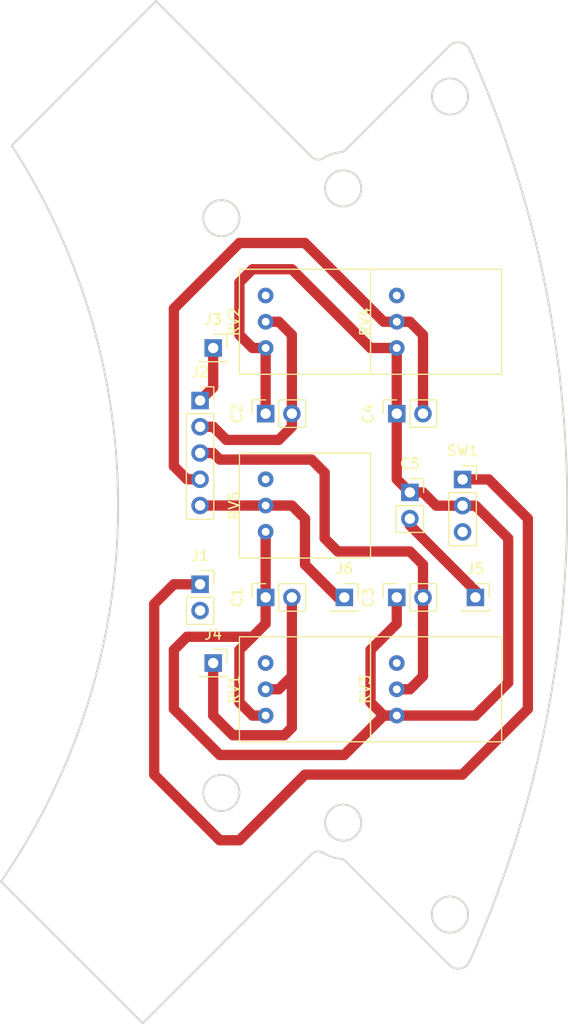
<source format=kicad_pcb>
(kicad_pcb (version 20211014) (generator pcbnew)
  (layers (0 "F.Cu" signal) (31 "B.Cu" signal) (34 "B.Paste" user) (35 "F.Paste" user) (36 "B.SilkS" user "B.Silkscreen") (37 "F.SilkS" user "F.Silkscreen") (38 "B.Mask" user) (39 "F.Mask" user) (44 "Edge.Cuts" user))
  (net 0 "")
  (net 1 "+9V")
  (net 2 "fl_OUT")
  (net 3 "fr_OUT")
  (net 4 "bl_OUT")
  (net 5 "br_OUT")
  (net 6 "bb_OUT")
  (net 7 "Net-(J1-Pad1)")
  (net 14 "Net-(C5-Pad2)")
  (net 15 "Net-(J2-Pad1)")
  (footprint "R_Potentiometer:Potentiometer" (layer "F.Cu") (at -31.75 17.78 90)
    (fp_text reference "RV1" (at 0 -0.5 90 unlocked) (layer "F.SilkS"))
    (fp_text value "R_LINE fl")
    (fp_rect (start -5.08 0) (end 5.08 12.7) (layer "F.SilkS") (width 0.12) (fill none))
    (pad "1" thru_hole circle (at -2.54 2.54 90) (size 1.524 1.524) (drill 0.762) (layers *.Cu *.Mask) (net 1 "+9V"))
    (pad "2" thru_hole circle (at 0 2.54 90) (size 1.524 1.524) (drill 0.762) (layers *.Cu *.Mask) (net 2 "fl_OUT"))
    (pad "3" thru_hole circle (at 2.54 2.54 90) (size 1.524 1.524) (drill 0.762) (layers *.Cu *.Mask))
  )
  (footprint "Connector_PinSocket_2.54mm:PinSocket_1x03_P2.54mm_Vertical" (layer "F.Cu") (at -10.135 -2.525)
    (fp_text reference "SW1" (at 0 -2.77) (layer "F.SilkS"))
    (fp_text value "LINE_ON/OFF")
    (fp_line (start 0 -1.33) (end 1.33 -1.33) (layer "F.SilkS") (width 0.12))
    (fp_line (start -1.33 1.27) (end 1.33 1.27) (layer "F.SilkS") (width 0.12))
    (fp_line (start -1.33 6.41) (end 1.33 6.41) (layer "F.SilkS") (width 0.12))
    (fp_line (start 1.33 1.27) (end 1.33 6.41) (layer "F.SilkS") (width 0.12))
    (fp_line (start -1.33 1.27) (end -1.33 6.41) (layer "F.SilkS") (width 0.12))
    (fp_line (start 1.33 -1.33) (end 1.33 0) (layer "F.SilkS") (width 0.12))
    (pad "1" thru_hole rect (at 0 0) (size 1.7 1.7) (drill 1) (layers *.Cu *.Mask) (net 7 "Net-(J1-Pad1)"))
    (pad "2" thru_hole oval (at 0 2.54) (size 1.7 1.7) (drill 1) (layers *.Cu *.Mask) (net 1 "+9V"))
    (pad "3" thru_hole oval (at 0 5.08) (size 1.7 1.7) (drill 1) (layers *.Cu *.Mask))
  )
  (footprint "Connector_PinSocket_2.54mm:PinSocket_1x01_P2.54mm_Vertical" (layer "F.Cu") (at -34.29 -15.24)
    (fp_text reference "J3" (at 0 -2.77) (layer "F.SilkS"))
    (fp_text value "a")
    (fp_line (start -1.33 1.21) (end -1.33 1.33) (layer "F.SilkS") (width 0.12))
    (fp_line (start 0 -1.33) (end 1.33 -1.33) (layer "F.SilkS") (width 0.12))
    (fp_line (start 1.33 -1.33) (end 1.33 0) (layer "F.SilkS") (width 0.12))
    (fp_line (start 1.33 1.21) (end 1.33 1.33) (layer "F.SilkS") (width 0.12))
    (fp_line (start -1.33 1.33) (end 1.33 1.33) (layer "F.SilkS") (width 0.12))
    (pad "1" thru_hole rect (at 0 0) (size 1.7 1.7) (drill 1) (layers *.Cu *.Mask) (net 15 "Net-(J2-Pad1)"))
  )
  (footprint "R_Potentiometer:Potentiometer" (layer "F.Cu") (at -31.75 0 90)
    (fp_text reference "RV5" (at 0 -0.5 90 unlocked) (layer "F.SilkS"))
    (fp_text value "R_LINE bb")
    (fp_rect (start -5.08 0) (end 5.08 12.7) (layer "F.SilkS") (width 0.12) (fill none))
    (pad "1" thru_hole circle (at -2.54 2.54 90) (size 1.524 1.524) (drill 0.762) (layers *.Cu *.Mask) (net 1 "+9V"))
    (pad "2" thru_hole circle (at 0 2.54 90) (size 1.524 1.524) (drill 0.762) (layers *.Cu *.Mask) (net 6 "bb_OUT"))
    (pad "3" thru_hole circle (at 2.54 2.54 90) (size 1.524 1.524) (drill 0.762) (layers *.Cu *.Mask))
  )
  (footprint "Connector_PinSocket_2.54mm:PinSocket_1x02_P2.54mm_Vertical" (layer "F.Cu") (at -16.51 8.89 90)
    (fp_text reference "C3" (at 0 -2.77 90) (layer "F.SilkS"))
    (fp_text value "C_bl")
    (fp_line (start -1.33 1.27) (end 1.33 1.27) (layer "F.SilkS") (width 0.12))
    (fp_line (start 1.33 1.27) (end 1.33 3.87) (layer "F.SilkS") (width 0.12))
    (fp_line (start 0 -1.33) (end 1.33 -1.33) (layer "F.SilkS") (width 0.12))
    (fp_line (start -1.33 3.87) (end 1.33 3.87) (layer "F.SilkS") (width 0.12))
    (fp_line (start -1.33 1.27) (end -1.33 3.87) (layer "F.SilkS") (width 0.12))
    (fp_line (start 1.33 -1.33) (end 1.33 0) (layer "F.SilkS") (width 0.12))
    (pad "1" thru_hole rect (at 0 0 90) (size 1.7 1.7) (drill 1) (layers *.Cu *.Mask) (net 1 "+9V"))
    (pad "2" thru_hole oval (at 0 2.54 90) (size 1.7 1.7) (drill 1) (layers *.Cu *.Mask) (net 4 "bl_OUT"))
  )
  (footprint "R_Potentiometer:Potentiometer" (layer "F.Cu") (at -19.05 17.78 90)
    (fp_text reference "RV3" (at 0 -0.5 90 unlocked) (layer "F.SilkS"))
    (fp_text value "R_LINE bl")
    (fp_rect (start -5.08 0) (end 5.08 12.7) (layer "F.SilkS") (width 0.12) (fill none))
    (pad "1" thru_hole circle (at -2.54 2.54 90) (size 1.524 1.524) (drill 0.762) (layers *.Cu *.Mask) (net 1 "+9V"))
    (pad "2" thru_hole circle (at 0 2.54 90) (size 1.524 1.524) (drill 0.762) (layers *.Cu *.Mask) (net 4 "bl_OUT"))
    (pad "3" thru_hole circle (at 2.54 2.54 90) (size 1.524 1.524) (drill 0.762) (layers *.Cu *.Mask))
  )
  (footprint "Connector_PinSocket_2.54mm:PinSocket_1x05_P2.54mm_Vertical" (layer "F.Cu") (at -35.56 -10.16)
    (fp_text reference "J2" (at 0 -2.77) (layer "F.SilkS"))
    (fp_text value "LINE_LED")
    (fp_line (start -1.33 1.27) (end -1.33 11.49) (layer "F.SilkS") (width 0.12))
    (fp_line (start 0 -1.33) (end 1.33 -1.33) (layer "F.SilkS") (width 0.12))
    (fp_line (start 1.33 1.27) (end 1.33 11.49) (layer "F.SilkS") (width 0.12))
    (fp_line (start -1.33 1.27) (end 1.33 1.27) (layer "F.SilkS") (width 0.12))
    (fp_line (start -1.33 11.49) (end 1.33 11.49) (layer "F.SilkS") (width 0.12))
    (fp_line (start 1.33 -1.33) (end 1.33 0) (layer "F.SilkS") (width 0.12))
    (pad "1" thru_hole rect (at 0 0) (size 1.7 1.7) (drill 1) (layers *.Cu *.Mask) (net 15 "Net-(J2-Pad1)"))
    (pad "2" thru_hole oval (at 0 2.54) (size 1.7 1.7) (drill 1) (layers *.Cu *.Mask) (net 3 "fr_OUT"))
    (pad "3" thru_hole oval (at 0 5.08) (size 1.7 1.7) (drill 1) (layers *.Cu *.Mask) (net 4 "bl_OUT"))
    (pad "4" thru_hole oval (at 0 7.62) (size 1.7 1.7) (drill 1) (layers *.Cu *.Mask) (net 5 "br_OUT"))
    (pad "5" thru_hole oval (at 0 10.16) (size 1.7 1.7) (drill 1) (layers *.Cu *.Mask) (net 6 "bb_OUT"))
  )
  (footprint "Connector_PinSocket_2.54mm:PinSocket_1x02_P2.54mm_Vertical" (layer "F.Cu") (at -15.24 -1.27)
    (fp_text reference "C5" (at 0 -2.77) (layer "F.SilkS"))
    (fp_text value "C_bb")
    (fp_line (start 1.33 -1.33) (end 1.33 0) (layer "F.SilkS") (width 0.12))
    (fp_line (start -1.33 1.27) (end 1.33 1.27) (layer "F.SilkS") (width 0.12))
    (fp_line (start 0 -1.33) (end 1.33 -1.33) (layer "F.SilkS") (width 0.12))
    (fp_line (start -1.33 3.87) (end 1.33 3.87) (layer "F.SilkS") (width 0.12))
    (fp_line (start 1.33 1.27) (end 1.33 3.87) (layer "F.SilkS") (width 0.12))
    (fp_line (start -1.33 1.27) (end -1.33 3.87) (layer "F.SilkS") (width 0.12))
    (pad "1" thru_hole rect (at 0 0) (size 1.7 1.7) (drill 1) (layers *.Cu *.Mask) (net 1 "+9V"))
    (pad "2" thru_hole oval (at 0 2.54) (size 1.7 1.7) (drill 1) (layers *.Cu *.Mask) (net 14 "Net-(C5-Pad2)"))
  )
  (footprint "Connector_PinSocket_2.54mm:PinSocket_1x02_P2.54mm_Vertical" (layer "F.Cu") (at -29.21 -8.89 90)
    (fp_text reference "C2" (at 0 -2.77 90) (layer "F.SilkS"))
    (fp_text value "C_fr")
    (fp_line (start -1.33 1.27) (end -1.33 3.87) (layer "F.SilkS") (width 0.12))
    (fp_line (start -1.33 1.27) (end 1.33 1.27) (layer "F.SilkS") (width 0.12))
    (fp_line (start 1.33 1.27) (end 1.33 3.87) (layer "F.SilkS") (width 0.12))
    (fp_line (start -1.33 3.87) (end 1.33 3.87) (layer "F.SilkS") (width 0.12))
    (fp_line (start 1.33 -1.33) (end 1.33 0) (layer "F.SilkS") (width 0.12))
    (fp_line (start 0 -1.33) (end 1.33 -1.33) (layer "F.SilkS") (width 0.12))
    (pad "1" thru_hole rect (at 0 0 90) (size 1.7 1.7) (drill 1) (layers *.Cu *.Mask) (net 1 "+9V"))
    (pad "2" thru_hole oval (at 0 2.54 90) (size 1.7 1.7) (drill 1) (layers *.Cu *.Mask) (net 3 "fr_OUT"))
  )
  (footprint "Connector_PinSocket_2.54mm:PinSocket_1x01_P2.54mm_Vertical" (layer "F.Cu") (at -8.89 8.89)
    (fp_text reference "J5" (at 0 -2.77) (layer "F.SilkS"))
    (fp_text value "b")
    (fp_line (start 0 -1.33) (end 1.33 -1.33) (layer "F.SilkS") (width 0.12))
    (fp_line (start -1.33 1.33) (end 1.33 1.33) (layer "F.SilkS") (width 0.12))
    (fp_line (start 1.33 -1.33) (end 1.33 0) (layer "F.SilkS") (width 0.12))
    (fp_line (start 1.33 1.21) (end 1.33 1.33) (layer "F.SilkS") (width 0.12))
    (fp_line (start -1.33 1.21) (end -1.33 1.33) (layer "F.SilkS") (width 0.12))
    (pad "1" thru_hole rect (at 0 0) (size 1.7 1.7) (drill 1) (layers *.Cu *.Mask) (net 14 "Net-(C5-Pad2)"))
  )
  (footprint "Connector_PinSocket_2.54mm:PinSocket_1x01_P2.54mm_Vertical" (layer "F.Cu") (at -34.29 15.24)
    (fp_text reference "J4" (at 0 -2.77) (layer "F.SilkS"))
    (fp_text value "a")
    (fp_line (start 1.33 -1.33) (end 1.33 0) (layer "F.SilkS") (width 0.12))
    (fp_line (start -1.33 1.33) (end 1.33 1.33) (layer "F.SilkS") (width 0.12))
    (fp_line (start -1.33 1.21) (end -1.33 1.33) (layer "F.SilkS") (width 0.12))
    (fp_line (start 0 -1.33) (end 1.33 -1.33) (layer "F.SilkS") (width 0.12))
    (fp_line (start 1.33 1.21) (end 1.33 1.33) (layer "F.SilkS") (width 0.12))
    (pad "1" thru_hole rect (at 0 0) (size 1.7 1.7) (drill 1) (layers *.Cu *.Mask) (net 2 "fl_OUT"))
  )
  (footprint "Connector_PinSocket_2.54mm:PinSocket_1x02_P2.54mm_Vertical" (layer "F.Cu") (at -35.56 7.62)
    (fp_text reference "J1" (at 0 -2.77) (layer "F.SilkS"))
    (fp_text value "VIN")
    (fp_line (start -1.33 1.27) (end -1.33 3.87) (layer "F.SilkS") (width 0.12))
    (fp_line (start 1.33 1.27) (end 1.33 3.87) (layer "F.SilkS") (width 0.12))
    (fp_line (start -1.33 3.87) (end 1.33 3.87) (layer "F.SilkS") (width 0.12))
    (fp_line (start 1.33 -1.33) (end 1.33 0) (layer "F.SilkS") (width 0.12))
    (fp_line (start -1.33 1.27) (end 1.33 1.27) (layer "F.SilkS") (width 0.12))
    (fp_line (start 0 -1.33) (end 1.33 -1.33) (layer "F.SilkS") (width 0.12))
    (pad "1" thru_hole rect (at 0 0) (size 1.7 1.7) (drill 1) (layers *.Cu *.Mask) (net 7 "Net-(J1-Pad1)"))
    (pad "2" thru_hole oval (at 0 2.54) (size 1.7 1.7) (drill 1) (layers *.Cu *.Mask))
  )
  (footprint "Connector_PinSocket_2.54mm:PinSocket_1x01_P2.54mm_Vertical" (layer "F.Cu") (at -21.59 8.89)
    (fp_text reference "J6" (at 0 -2.77) (layer "F.SilkS"))
    (fp_text value "b")
    (fp_line (start -1.33 1.21) (end -1.33 1.33) (layer "F.SilkS") (width 0.12))
    (fp_line (start 1.33 -1.33) (end 1.33 0) (layer "F.SilkS") (width 0.12))
    (fp_line (start 1.33 1.21) (end 1.33 1.33) (layer "F.SilkS") (width 0.12))
    (fp_line (start -1.33 1.33) (end 1.33 1.33) (layer "F.SilkS") (width 0.12))
    (fp_line (start 0 -1.33) (end 1.33 -1.33) (layer "F.SilkS") (width 0.12))
    (pad "1" thru_hole rect (at 0 0) (size 1.7 1.7) (drill 1) (layers *.Cu *.Mask) (net 6 "bb_OUT"))
  )
  (footprint "R_Potentiometer:Potentiometer" (layer "F.Cu") (at -31.75 -17.78 90)
    (fp_text reference "RV2" (at 0 -0.5 90 unlocked) (layer "F.SilkS"))
    (fp_text value "R_LINE fr")
    (fp_rect (start -5.08 0) (end 5.08 12.7) (layer "F.SilkS") (width 0.12) (fill none))
    (pad "1" thru_hole circle (at -2.54 2.54 90) (size 1.524 1.524) (drill 0.762) (layers *.Cu *.Mask) (net 1 "+9V"))
    (pad "2" thru_hole circle (at 0 2.54 90) (size 1.524 1.524) (drill 0.762) (layers *.Cu *.Mask) (net 3 "fr_OUT"))
    (pad "3" thru_hole circle (at 2.54 2.54 90) (size 1.524 1.524) (drill 0.762) (layers *.Cu *.Mask))
  )
  (footprint "Connector_PinSocket_2.54mm:PinSocket_1x02_P2.54mm_Vertical" (layer "F.Cu") (at -29.21 8.89 90)
    (fp_text reference "C1" (at 0 -2.77 90) (layer "F.SilkS"))
    (fp_text value "C_fl")
    (fp_line (start -1.33 3.87) (end 1.33 3.87) (layer "F.SilkS") (width 0.12))
    (fp_line (start -1.33 1.27) (end -1.33 3.87) (layer "F.SilkS") (width 0.12))
    (fp_line (start 1.33 1.27) (end 1.33 3.87) (layer "F.SilkS") (width 0.12))
    (fp_line (start 1.33 -1.33) (end 1.33 0) (layer "F.SilkS") (width 0.12))
    (fp_line (start -1.33 1.27) (end 1.33 1.27) (layer "F.SilkS") (width 0.12))
    (fp_line (start 0 -1.33) (end 1.33 -1.33) (layer "F.SilkS") (width 0.12))
    (pad "1" thru_hole rect (at 0 0 90) (size 1.7 1.7) (drill 1) (layers *.Cu *.Mask) (net 1 "+9V"))
    (pad "2" thru_hole oval (at 0 2.54 90) (size 1.7 1.7) (drill 1) (layers *.Cu *.Mask) (net 2 "fl_OUT"))
  )
  (footprint "R_Potentiometer:Potentiometer" (layer "F.Cu") (at -19.05 -17.78 90)
    (fp_text reference "RV4" (at 0 -0.5 90 unlocked) (layer "F.SilkS"))
    (fp_text value "R_LINE br")
    (fp_rect (start -5.08 0) (end 5.08 12.7) (layer "F.SilkS") (width 0.12) (fill none))
    (pad "1" thru_hole circle (at -2.54 2.54 90) (size 1.524 1.524) (drill 0.762) (layers *.Cu *.Mask) (net 1 "+9V"))
    (pad "2" thru_hole circle (at 0 2.54 90) (size 1.524 1.524) (drill 0.762) (layers *.Cu *.Mask) (net 5 "br_OUT"))
    (pad "3" thru_hole circle (at 2.54 2.54 90) (size 1.524 1.524) (drill 0.762) (layers *.Cu *.Mask))
  )
  (footprint "Connector_PinSocket_2.54mm:PinSocket_1x02_P2.54mm_Vertical" (layer "F.Cu") (at -16.51 -8.89 90)
    (fp_text reference "C4" (at 0 -2.77 90) (layer "F.SilkS"))
    (fp_text value "C_br")
    (fp_line (start -1.33 1.27) (end -1.33 3.87) (layer "F.SilkS") (width 0.12))
    (fp_line (start 1.33 -1.33) (end 1.33 0) (layer "F.SilkS") (width 0.12))
    (fp_line (start 1.33 1.27) (end 1.33 3.87) (layer "F.SilkS") (width 0.12))
    (fp_line (start -1.33 3.87) (end 1.33 3.87) (layer "F.SilkS") (width 0.12))
    (fp_line (start -1.33 1.27) (end 1.33 1.27) (layer "F.SilkS") (width 0.12))
    (fp_line (start 0 -1.33) (end 1.33 -1.33) (layer "F.SilkS") (width 0.12))
    (pad "1" thru_hole rect (at 0 0 90) (size 1.7 1.7) (drill 1) (layers *.Cu *.Mask) (net 1 "+9V"))
    (pad "2" thru_hole oval (at 0 2.54 90) (size 1.7 1.7) (drill 1) (layers *.Cu *.Mask) (net 5 "br_OUT"))
  )
  (gr_arc (start -9.468325 -44.113953) (mid 0 0) (end -9.468326 44.113952) (layer "Edge.Cuts") (width 0.2))
  (gr_arc (start -11.411161 -44.470049) (mid -10.346273 -44.801879) (end -9.468325 -44.113953) (layer "Edge.Cuts") (width 0.2))
  (gr_line (start -41.116244 50.097052) (end -54.840518 36.372778) (layer "Edge.Cuts") (width 0.2))
  (gr_arc (start -9.468326 44.113952) (mid -10.346285 44.801818) (end -11.411161 44.470045) (layer "Edge.Cuts") (width 0.2))
  (gr_arc (start -21.453924 -34.427286) (mid -21.709349 -34.248303) (end -22.010523 -34.167227) (layer "Edge.Cuts") (width 0.2))
  (gr_arc (start -22.010523 34.167223) (mid -21.709342 34.248282) (end -21.453924 34.427282) (layer "Edge.Cuts") (width 0.2))
  (gr_circle (center -33.5 27.799998) (end -31.75 27.799998) (layer "Edge.Cuts") (width 0.2) (fill none))
  (gr_arc (start -53.808372 -34.831154) (mid -43.506722 0.927622) (end -54.840518 36.372778) (layer "Edge.Cuts") (width 0.2))
  (gr_line (start -24.745688 -33.7265) (end -39.829357 -48.810169) (layer "Edge.Cuts") (width 0.2))
  (gr_arc (start -24.745688 33.726496) (mid -24.201829 33.467669) (end -23.616523 33.609779) (layer "Edge.Cuts") (width 0.2))
  (gr_arc (start -23.616523 -33.609783) (mid -24.20183 -33.467662) (end -24.745688 -33.7265) (layer "Edge.Cuts") (width 0.2))
  (gr_line (start -11.411161 -44.470049) (end -21.453924 -34.427286) (layer "Edge.Cuts") (width 0.2))
  (gr_arc (start -22.010523 34.167223) (mid -22.847882 33.98749) (end -23.616523 33.609779) (layer "Edge.Cuts") (width 0.2))
  (gr_line (start -11.411161 44.470045) (end -21.453924 34.427282) (layer "Edge.Cuts") (width 0.2))
  (gr_line (start -39.829357 -48.810169) (end -53.808372 -34.831154) (layer "Edge.Cuts") (width 0.2))
  (gr_circle (center -11.355982 -39.575478) (end -9.605982 -39.575478) (layer "Edge.Cuts") (width 0.2) (fill none))
  (gr_circle (center -21.700199 30.681007) (end -19.950199 30.681007) (layer "Edge.Cuts") (width 0.2) (fill none))
  (gr_circle (center -21.700199 -30.681011) (end -19.950199 -30.681011) (layer "Edge.Cuts") (width 0.2) (fill none))
  (gr_line (start -24.745688 33.726496) (end -41.116244 50.097052) (layer "Edge.Cuts") (width 0.2))
  (gr_circle (center -33.5 -27.800002) (end -31.75 -27.800002) (layer "Edge.Cuts") (width 0.2) (fill none))
  (gr_arc (start -23.616523 -33.609783) (mid -22.847882 -33.987492) (end -22.010523 -34.167227) (layer "Edge.Cuts") (width 0.2))
  (gr_circle (center -11.355982 39.575474) (end -9.605982 39.575474) (layer "Edge.Cuts") (width 0.2) (fill none))
  (segment (start -19.05 13.97) (end -19.05 19.05) (width 1) (layer "F.Cu") (net 1))
  (segment (start -16.51 -8.89) (end -16.51 -2.54) (width 1) (layer "F.Cu") (net 1))
  (segment (start -12.685 0.015) (end -13.97 -1.27) (width 1) (layer "F.Cu") (net 1))
  (segment (start -30.48 -15.24) (end -31.75 -16.51) (width 1) (layer "F.Cu") (net 1))
  (segment (start -31.75 13.97) (end -30.48 12.7) (width 1) (layer "F.Cu") (net 1))
  (segment (start -29.21 -15.24) (end -29.21 -8.89) (width 1) (layer "F.Cu") (net 1))
  (segment (start -17.78 20.32) (end -21.59 24.13) (width 1) (layer "F.Cu") (net 1))
  (segment (start -16.51 -8.89) (end -16.51 -15.24) (width 1) (layer "F.Cu") (net 1))
  (segment (start -16.51 20.32) (end -8.89 20.32) (width 1) (layer "F.Cu") (net 1))
  (segment (start -29.21 11.43) (end -29.21 8.89) (width 1) (layer "F.Cu") (net 1))
  (segment (start -36.83 12.7) (end -30.48 12.7) (width 1) (layer "F.Cu") (net 1))
  (segment (start -16.51 11.43) (end -19.05 13.97) (width 1) (layer "F.Cu") (net 1))
  (segment (start -5.715 17.145) (end -5.715 3.175) (width 1) (layer "F.Cu") (net 1))
  (segment (start -17.78 20.32) (end -16.51 20.32) (width 1) (layer "F.Cu") (net 1))
  (segment (start -19.05 -15.24) (end -16.51 -15.24) (width 1) (layer "F.Cu") (net 1))
  (segment (start -38.1 13.97) (end -36.83 12.7) (width 1) (layer "F.Cu") (net 1))
  (segment (start -5.715 3.175) (end -8.875 0.015) (width 1) (layer "F.Cu") (net 1))
  (segment (start -10.135 0.015) (end -12.685 0.015) (width 1) (layer "F.Cu") (net 1))
  (segment (start -8.89 20.32) (end -5.715 17.145) (width 1) (layer "F.Cu") (net 1))
  (segment (start -30.48 12.7) (end -29.21 11.43) (width 1) (layer "F.Cu") (net 1))
  (segment (start -16.51 -2.54) (end -15.24 -1.27) (width 1) (layer "F.Cu") (net 1))
  (segment (start -19.05 19.05) (end -17.78 20.32) (width 1) (layer "F.Cu") (net 1))
  (segment (start -31.75 -16.51) (end -31.75 -21.59) (width 1) (layer "F.Cu") (net 1))
  (segment (start -30.48 -22.86) (end -26.67 -22.86) (width 1) (layer "F.Cu") (net 1))
  (segment (start -38.1 19.685) (end -38.1 13.97) (width 1) (layer "F.Cu") (net 1))
  (segment (start -31.75 -21.59) (end -30.48 -22.86) (width 1) (layer "F.Cu") (net 1))
  (segment (start -21.59 24.13) (end -33.655 24.13) (width 1) (layer "F.Cu") (net 1))
  (segment (start -29.21 -15.24) (end -30.48 -15.24) (width 1) (layer "F.Cu") (net 1))
  (segment (start -29.21 20.32) (end -30.48 20.32) (width 1) (layer "F.Cu") (net 1))
  (segment (start -31.75 19.05) (end -31.75 13.97) (width 1) (layer "F.Cu") (net 1))
  (segment (start -33.655 24.13) (end -38.1 19.685) (width 1) (layer "F.Cu") (net 1))
  (segment (start -16.51 8.89) (end -16.51 11.43) (width 1) (layer "F.Cu") (net 1))
  (segment (start -26.67 -22.86) (end -19.05 -15.24) (width 1) (layer "F.Cu") (net 1))
  (segment (start -30.48 20.32) (end -31.75 19.05) (width 1) (layer "F.Cu") (net 1))
  (segment (start -29.21 2.54) (end -29.21 8.89) (width 1) (layer "F.Cu") (net 1))
  (segment (start -8.875 0.015) (end -10.135 0.015) (width 1) (layer "F.Cu") (net 1))
  (segment (start -13.97 -1.27) (end -15.24 -1.27) (width 1) (layer "F.Cu") (net 1))
  (segment (start -26.67 16.51) (end -27.94 17.78) (width 1) (layer "F.Cu") (net 2))
  (segment (start -32.385 22.225) (end -27.406675 22.225) (width 1) (layer "F.Cu") (net 2))
  (segment (start -34.29 20.32) (end -32.385 22.225) (width 1) (layer "F.Cu") (net 2))
  (segment (start -34.29 15.24) (end -34.29 20.32) (width 1) (layer "F.Cu") (net 2))
  (segment (start -27.94 17.78) (end -29.21 17.78) (width 1) (layer "F.Cu") (net 2))
  (segment (start -27.406675 22.225) (end -26.67 21.488325) (width 1) (layer "F.Cu") (net 2))
  (segment (start -26.67 8.89) (end -26.67 16.51) (width 1) (layer "F.Cu") (net 2))
  (segment (start -26.67 21.488325) (end -26.67 16.51) (width 1) (layer "F.Cu") (net 2))
  (segment (start -34.29 -7.62) (end -33.02 -6.35) (width 1) (layer "F.Cu") (net 3))
  (segment (start -27.94 -17.78) (end -26.67 -16.51) (width 1) (layer "F.Cu") (net 3))
  (segment (start -26.67 -7.62) (end -26.67 -8.89) (width 1) (layer "F.Cu") (net 3))
  (segment (start -29.21 -17.78) (end -27.94 -17.78) (width 1) (layer "F.Cu") (net 3))
  (segment (start -27.94 -6.35) (end -26.67 -7.62) (width 1) (layer "F.Cu") (net 3))
  (segment (start -33.02 -6.35) (end -27.94 -6.35) (width 1) (layer "F.Cu") (net 3))
  (segment (start -35.56 -7.62) (end -34.29 -7.62) (width 1) (layer "F.Cu") (net 3))
  (segment (start -26.67 -16.51) (end -26.67 -8.89) (width 1) (layer "F.Cu") (net 3))
  (segment (start -23.495 3.175) (end -22.225 4.445) (width 1) (layer "F.Cu") (net 4))
  (segment (start -35.56 -5.08) (end -34.29 -5.08) (width 1) (layer "F.Cu") (net 4))
  (segment (start -13.97 16.51) (end -15.24 17.78) (width 1) (layer "F.Cu") (net 4))
  (segment (start -15.24 4.445) (end -13.97 5.715) (width 1) (layer "F.Cu") (net 4))
  (segment (start -13.97 8.89) (end -13.97 16.51) (width 1) (layer "F.Cu") (net 4))
  (segment (start -33.655 -4.445) (end -24.765 -4.445) (width 1) (layer "F.Cu") (net 4))
  (segment (start -24.765 -4.445) (end -23.495 -3.175) (width 1) (layer "F.Cu") (net 4))
  (segment (start -15.24 17.78) (end -16.51 17.78) (width 1) (layer "F.Cu") (net 4))
  (segment (start -34.29 -5.08) (end -33.655 -4.445) (width 1) (layer "F.Cu") (net 4))
  (segment (start -13.97 5.715) (end -13.97 8.89) (width 1) (layer "F.Cu") (net 4))
  (segment (start -22.225 4.445) (end -15.24 4.445) (width 1) (layer "F.Cu") (net 4))
  (segment (start -23.495 -3.175) (end -23.495 3.175) (width 1) (layer "F.Cu") (net 4))
  (segment (start -38.1 -19.05) (end -31.75 -25.4) (width 1) (layer "F.Cu") (net 5))
  (segment (start -13.97 -16.51) (end -13.97 -8.89) (width 1) (layer "F.Cu") (net 5))
  (segment (start -31.75 -25.4) (end -25.4 -25.4) (width 1) (layer "F.Cu") (net 5))
  (segment (start -36.83 -2.54) (end -38.1 -3.81) (width 1) (layer "F.Cu") (net 5))
  (segment (start -38.1 -3.81) (end -38.1 -19.05) (width 1) (layer "F.Cu") (net 5))
  (segment (start -15.24 -17.78) (end -16.51 -17.78) (width 1) (layer "F.Cu") (net 5))
  (segment (start -25.4 -25.4) (end -17.78 -17.78) (width 1) (layer "F.Cu") (net 5))
  (segment (start -15.24 -17.78) (end -13.97 -16.51) (width 1) (layer "F.Cu") (net 5))
  (segment (start -35.56 -2.54) (end -36.83 -2.54) (width 1) (layer "F.Cu") (net 5))
  (segment (start -17.78 -17.78) (end -16.51 -17.78) (width 1) (layer "F.Cu") (net 5))
  (segment (start -22.225 8.89) (end -21.59 8.89) (width 1) (layer "F.Cu") (net 6))
  (segment (start -25.4 1.27) (end -25.4 5.715) (width 1) (layer "F.Cu") (net 6))
  (segment (start -29.21 0) (end -35.56 0) (width 1) (layer "F.Cu") (net 6))
  (segment (start -29.21 0) (end -26.67 0) (width 1) (layer "F.Cu") (net 6))
  (segment (start -26.67 0) (end -25.4 1.27) (width 1) (layer "F.Cu") (net 6))
  (segment (start -25.4 5.715) (end -22.225 8.89) (width 1) (layer "F.Cu") (net 6))
  (segment (start -10.16 26.035) (end -3.81 19.685) (width 1) (layer "F.Cu") (net 7))
  (segment (start -40.005 9.525) (end -40.005 26.035) (width 1) (layer "F.Cu") (net 7))
  (segment (start -40.005 26.035) (end -33.655 32.385) (width 1) (layer "F.Cu") (net 7))
  (segment (start -31.75 32.385) (end -25.4 26.035) (width 1) (layer "F.Cu") (net 7))
  (segment (start -33.655 32.385) (end -31.75 32.385) (width 1) (layer "F.Cu") (net 7))
  (segment (start -25.4 26.035) (end -10.16 26.035) (width 1) (layer "F.Cu") (net 7))
  (segment (start -7.605 -2.525) (end -10.135 -2.525) (width 1) (layer "F.Cu") (net 7))
  (segment (start -35.56 7.62) (end -38.1 7.62) (width 1) (layer "F.Cu") (net 7))
  (segment (start -3.81 19.685) (end -3.81 1.27) (width 1) (layer "F.Cu") (net 7))
  (segment (start -3.81 1.27) (end -7.605 -2.525) (width 1) (layer "F.Cu") (net 7))
  (segment (start -38.1 7.62) (end -40.005 9.525) (width 1) (layer "F.Cu") (net 7))
  (segment (start -15.24 1.27) (end -15.24 1.905) (width 1) (layer "F.Cu") (net 14))
  (segment (start -15.24 1.905) (end -8.89 8.255) (width 1) (layer "F.Cu") (net 14))
  (segment (start -8.89 8.255) (end -8.89 8.89) (width 1) (layer "F.Cu") (net 14))
  (segment (start -34.29 -15.24) (end -34.29 -11.43) (width 1) (layer "F.Cu") (net 15))
  (segment (start -34.29 -11.43) (end -35.56 -10.16) (width 1) (layer "F.Cu") (net 15))
)
</source>
